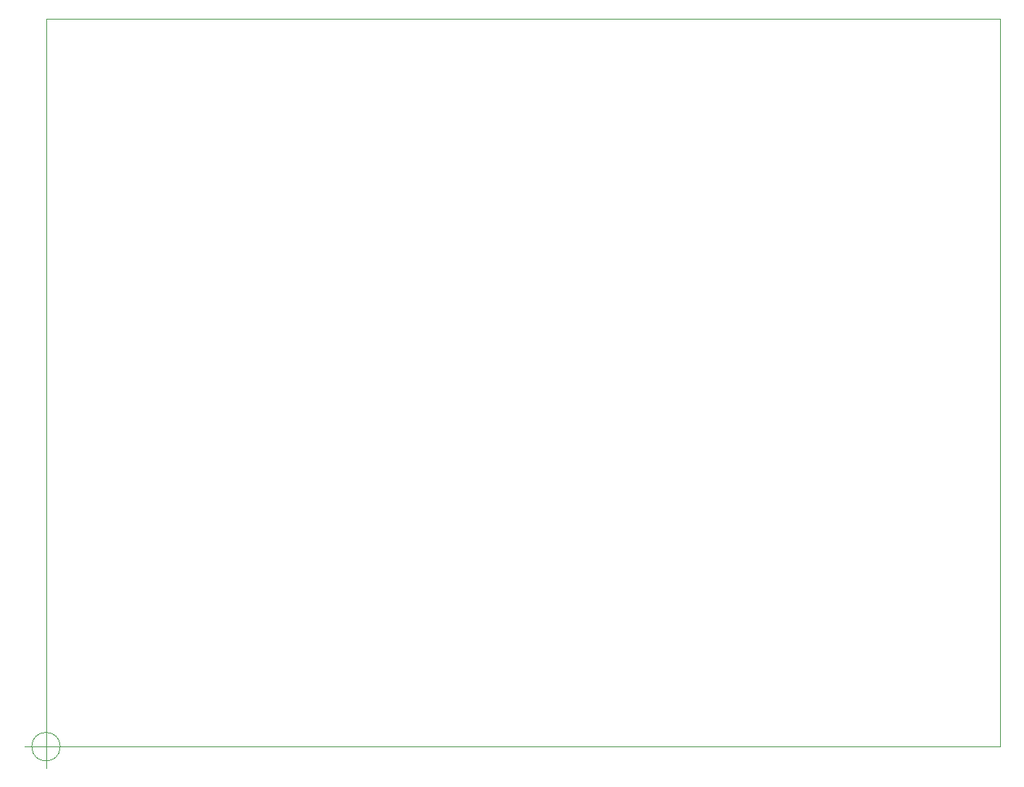
<source format=gbr>
G04 #@! TF.GenerationSoftware,KiCad,Pcbnew,5.1.4-e60b266~84~ubuntu18.04.1*
G04 #@! TF.CreationDate,2019-10-23T15:59:47+01:00*
G04 #@! TF.ProjectId,trans_switch_volt_amp,7472616e-735f-4737-9769-7463685f766f,rev?*
G04 #@! TF.SameCoordinates,Original*
G04 #@! TF.FileFunction,Profile,NP*
%FSLAX46Y46*%
G04 Gerber Fmt 4.6, Leading zero omitted, Abs format (unit mm)*
G04 Created by KiCad (PCBNEW 5.1.4-e60b266~84~ubuntu18.04.1) date 2019-10-23 15:59:47*
%MOMM*%
%LPD*%
G04 APERTURE LIST*
%ADD10C,0.050000*%
G04 APERTURE END LIST*
D10*
X81168666Y-150114000D02*
G75*
G03X81168666Y-150114000I-1666666J0D01*
G01*
X77002000Y-150114000D02*
X82002000Y-150114000D01*
X79502000Y-147614000D02*
X79502000Y-152614000D01*
X81168666Y-150114000D02*
G75*
G03X81168666Y-150114000I-1666666J0D01*
G01*
X77002000Y-150114000D02*
X82002000Y-150114000D01*
X79502000Y-147614000D02*
X79502000Y-152614000D01*
X79502000Y-65024000D02*
X79502000Y-120396000D01*
X191008000Y-65024000D02*
X79502000Y-65024000D01*
X191008000Y-150114000D02*
X191008000Y-65024000D01*
X79502000Y-150114000D02*
X191008000Y-150114000D01*
X79502000Y-120396000D02*
X79502000Y-150114000D01*
M02*

</source>
